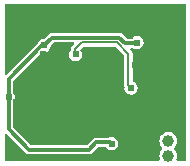
<source format=gbl>
G04*
G04 #@! TF.GenerationSoftware,Altium Limited,Altium Designer,19.0.15 (446)*
G04*
G04 Layer_Physical_Order=4*
G04 Layer_Color=16711680*
%FSLAX24Y24*%
%MOIN*%
G70*
G01*
G75*
%ADD14C,0.0079*%
%ADD48C,0.0394*%
%ADD49C,0.0240*%
%ADD50C,0.0118*%
G36*
X3214Y-2230D02*
X2943D01*
X2910Y-2180D01*
X2927Y-2139D01*
X2937Y-2061D01*
X2927Y-1984D01*
X2897Y-1911D01*
X2850Y-1849D01*
X2832Y-1836D01*
Y-1786D01*
X2850Y-1773D01*
X2897Y-1711D01*
X2927Y-1639D01*
X2937Y-1561D01*
X2927Y-1484D01*
X2897Y-1411D01*
X2850Y-1349D01*
X2788Y-1302D01*
X2715Y-1272D01*
X2638Y-1262D01*
X2560Y-1272D01*
X2488Y-1302D01*
X2426Y-1349D01*
X2378Y-1411D01*
X2349Y-1484D01*
X2338Y-1561D01*
X2349Y-1639D01*
X2378Y-1711D01*
X2426Y-1773D01*
X2443Y-1786D01*
Y-1836D01*
X2426Y-1849D01*
X2378Y-1911D01*
X2349Y-1984D01*
X2338Y-2061D01*
X2349Y-2139D01*
X2366Y-2180D01*
X2332Y-2230D01*
X-2820D01*
Y-1328D01*
X-2770Y-1308D01*
X-2113Y-1965D01*
X-2060Y-2000D01*
X-1998Y-2012D01*
X-2D01*
X61Y-2000D01*
X113Y-1965D01*
X303Y-1774D01*
X564D01*
X589Y-1812D01*
X662Y-1861D01*
X748Y-1878D01*
X834Y-1861D01*
X907Y-1812D01*
X955Y-1739D01*
X972Y-1654D01*
X955Y-1568D01*
X907Y-1495D01*
X834Y-1446D01*
X748Y-1429D01*
X662Y-1446D01*
X657Y-1450D01*
X236D01*
X174Y-1462D01*
X122Y-1498D01*
X-69Y-1688D01*
X-1931D01*
X-2525Y-1094D01*
Y-262D01*
X-2480Y-194D01*
X-2463Y-108D01*
X-2480Y-22D01*
X-2525Y45D01*
Y427D01*
X-1543Y1409D01*
X-1496Y1400D01*
X-1410Y1417D01*
X-1337Y1465D01*
X-1289Y1538D01*
X-1273Y1618D01*
X-1171Y1720D01*
X-515D01*
X-496Y1673D01*
X-560Y1609D01*
X-591Y1563D01*
X-602Y1508D01*
Y1488D01*
X-609Y1484D01*
X-657Y1411D01*
X-674Y1325D01*
X-657Y1239D01*
X-609Y1166D01*
X-536Y1118D01*
X-450Y1101D01*
X-364Y1118D01*
X-291Y1166D01*
X-243Y1239D01*
X-226Y1325D01*
X-243Y1411D01*
X-288Y1479D01*
X-185Y1582D01*
X874Y1582D01*
X1164Y1292D01*
Y290D01*
X1175Y235D01*
X1182Y226D01*
X1176Y196D01*
X1193Y110D01*
X1241Y37D01*
X1314Y-11D01*
X1400Y-28D01*
X1486Y-11D01*
X1559Y37D01*
X1607Y110D01*
X1624Y196D01*
X1607Y282D01*
X1559Y355D01*
X1486Y403D01*
X1448Y411D01*
Y1351D01*
X1437Y1406D01*
X1407Y1452D01*
X1372Y1487D01*
X1391Y1533D01*
X1467D01*
X1504Y1508D01*
X1590Y1491D01*
X1676Y1508D01*
X1749Y1556D01*
X1797Y1629D01*
X1814Y1715D01*
X1797Y1801D01*
X1749Y1874D01*
X1676Y1922D01*
X1590Y1939D01*
X1504Y1922D01*
X1431Y1874D01*
X1420Y1857D01*
X1260D01*
X1121Y1996D01*
X1068Y2032D01*
X1006Y2044D01*
X-1238D01*
X-1300Y2032D01*
X-1353Y1996D01*
X-1502Y1847D01*
X-1582Y1831D01*
X-1655Y1783D01*
X-1703Y1710D01*
X-1704Y1707D01*
X-2770Y640D01*
X-2820Y661D01*
Y3017D01*
X3214D01*
Y-2230D01*
D02*
G37*
D14*
X-244Y1724D02*
X933Y1724D01*
X1306Y290D02*
X1400Y196D01*
X1306Y290D02*
Y1351D01*
X933Y1724D02*
X1306Y1351D01*
X-460Y1345D02*
Y1508D01*
X-244Y1724D01*
D48*
X2638Y-1561D02*
D03*
Y-2061D02*
D03*
D49*
X-1506Y-719D02*
D03*
X1760Y-641D02*
D03*
X2440Y0D02*
D03*
X2120Y405D02*
D03*
X1368Y1939D02*
D03*
X1400Y196D02*
D03*
X1590Y1715D02*
D03*
X1530Y979D02*
D03*
X2410Y1431D02*
D03*
X-150Y1375D02*
D03*
X-450Y1325D02*
D03*
X3091Y1939D02*
D03*
Y-1348D02*
D03*
Y-2116D02*
D03*
X2254Y2894D02*
D03*
X2697Y30D02*
D03*
Y-659D02*
D03*
X-1496Y1624D02*
D03*
X2254Y-1250D02*
D03*
X1969Y-2146D02*
D03*
X1063Y-1063D02*
D03*
X1367Y-1634D02*
D03*
X472Y-1850D02*
D03*
X730Y-2110D02*
D03*
X748Y-1654D02*
D03*
X-2687Y-108D02*
D03*
X3091Y-659D02*
D03*
X2203Y-657D02*
D03*
X3091Y30D02*
D03*
X433Y-433D02*
D03*
X0D02*
D03*
X-433D02*
D03*
X433Y0D02*
D03*
X0D02*
D03*
X-433D02*
D03*
X433Y433D02*
D03*
X0D02*
D03*
X-433D02*
D03*
X3091Y2894D02*
D03*
X1407D02*
D03*
X-1526Y1319D02*
D03*
X-2697Y2894D02*
D03*
X-1220D02*
D03*
X305D02*
D03*
X-1909Y-1526D02*
D03*
X-2697Y-1555D02*
D03*
Y1437D02*
D03*
X3100Y1043D02*
D03*
X-2697Y-2106D02*
D03*
X-2402Y1929D02*
D03*
X-2087D02*
D03*
X-2431Y-709D02*
D03*
X-2431Y-276D02*
D03*
X-1220Y2244D02*
D03*
X39Y2451D02*
D03*
X344Y2126D02*
D03*
X-1370Y-2110D02*
D03*
D50*
X1193Y1695D02*
X1600D01*
X-2Y-1850D02*
X236Y-1612D01*
X-1998Y-1850D02*
X-2D01*
X-2687Y-1161D02*
X-1998Y-1850D01*
X-1238Y1882D02*
X1006D01*
X1193Y1695D01*
X-1496Y1624D02*
X-1238Y1882D01*
X-1557Y1624D02*
X-1496D01*
X-2687Y494D02*
X-1557Y1624D01*
X-2687Y-108D02*
Y494D01*
Y-1161D02*
Y-108D01*
X236Y-1612D02*
X707D01*
X748Y-1654D01*
M02*

</source>
